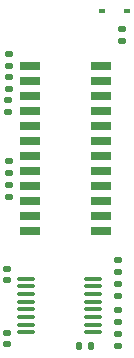
<source format=gbr>
%TF.GenerationSoftware,KiCad,Pcbnew,7.0.8-7.0.8~ubuntu23.04.1*%
%TF.CreationDate,2023-10-18T20:22:37+02:00*%
%TF.ProjectId,eprom_replacer2,6570726f-6d5f-4726-9570-6c6163657232,1.01*%
%TF.SameCoordinates,Original*%
%TF.FileFunction,Paste,Top*%
%TF.FilePolarity,Positive*%
%FSLAX46Y46*%
G04 Gerber Fmt 4.6, Leading zero omitted, Abs format (unit mm)*
G04 Created by KiCad (PCBNEW 7.0.8-7.0.8~ubuntu23.04.1) date 2023-10-18 20:22:37*
%MOMM*%
%LPD*%
G01*
G04 APERTURE LIST*
G04 Aperture macros list*
%AMRoundRect*
0 Rectangle with rounded corners*
0 $1 Rounding radius*
0 $2 $3 $4 $5 $6 $7 $8 $9 X,Y pos of 4 corners*
0 Add a 4 corners polygon primitive as box body*
4,1,4,$2,$3,$4,$5,$6,$7,$8,$9,$2,$3,0*
0 Add four circle primitives for the rounded corners*
1,1,$1+$1,$2,$3*
1,1,$1+$1,$4,$5*
1,1,$1+$1,$6,$7*
1,1,$1+$1,$8,$9*
0 Add four rect primitives between the rounded corners*
20,1,$1+$1,$2,$3,$4,$5,0*
20,1,$1+$1,$4,$5,$6,$7,0*
20,1,$1+$1,$6,$7,$8,$9,0*
20,1,$1+$1,$8,$9,$2,$3,0*%
G04 Aperture macros list end*
%ADD10RoundRect,0.135000X-0.185000X0.135000X-0.185000X-0.135000X0.185000X-0.135000X0.185000X0.135000X0*%
%ADD11RoundRect,0.100000X0.637500X0.100000X-0.637500X0.100000X-0.637500X-0.100000X0.637500X-0.100000X0*%
%ADD12RoundRect,0.140000X0.170000X-0.140000X0.170000X0.140000X-0.170000X0.140000X-0.170000X-0.140000X0*%
%ADD13RoundRect,0.135000X0.185000X-0.135000X0.185000X0.135000X-0.185000X0.135000X-0.185000X-0.135000X0*%
%ADD14R,0.600000X0.450000*%
%ADD15RoundRect,0.135000X0.135000X0.185000X-0.135000X0.185000X-0.135000X-0.185000X0.135000X-0.185000X0*%
%ADD16RoundRect,0.140000X-0.170000X0.140000X-0.170000X-0.140000X0.170000X-0.140000X0.170000X0.140000X0*%
%ADD17R,1.800000X0.760000*%
G04 APERTURE END LIST*
D10*
%TO.C,R8*%
X103860600Y-87399400D03*
X103860600Y-88419400D03*
%TD*%
D11*
%TO.C,U1*%
X111066500Y-107100800D03*
X111066500Y-106450800D03*
X111066500Y-105800800D03*
X111066500Y-105150800D03*
X111066500Y-104500800D03*
X111066500Y-103850800D03*
X111066500Y-103200800D03*
X111066500Y-102550800D03*
X105341500Y-102550800D03*
X105341500Y-103200800D03*
X105341500Y-103850800D03*
X105341500Y-104500800D03*
X105341500Y-105150800D03*
X105341500Y-105800800D03*
X105341500Y-106450800D03*
X105341500Y-107100800D03*
%TD*%
D10*
%TO.C,R4*%
X103886000Y-85443600D03*
X103886000Y-86463600D03*
%TD*%
D12*
%TO.C,C2*%
X103784400Y-102689600D03*
X103784400Y-101729600D03*
%TD*%
D10*
%TO.C,R2*%
X113131600Y-105179400D03*
X113131600Y-106199400D03*
%TD*%
%TO.C,R9*%
X113512600Y-81428400D03*
X113512600Y-82448400D03*
%TD*%
D13*
%TO.C,R12*%
X103886000Y-84533200D03*
X103886000Y-83513200D03*
%TD*%
D10*
%TO.C,R3*%
X113131600Y-103020400D03*
X113131600Y-104040400D03*
%TD*%
D14*
%TO.C,D1*%
X111827600Y-79908400D03*
X113927600Y-79908400D03*
%TD*%
D15*
%TO.C,R11*%
X110847600Y-108229400D03*
X109827600Y-108229400D03*
%TD*%
D13*
%TO.C,R1*%
X103886000Y-95658400D03*
X103886000Y-94638400D03*
%TD*%
D16*
%TO.C,C1*%
X103733600Y-107114400D03*
X103733600Y-108074400D03*
%TD*%
D17*
%TO.C,SW1*%
X111712000Y-98556600D03*
X111712000Y-97286600D03*
X111712000Y-96016600D03*
X111712000Y-94746600D03*
X111712000Y-93476600D03*
X111712000Y-92206600D03*
X111712000Y-90936600D03*
X111712000Y-89666600D03*
X111712000Y-88396600D03*
X111712000Y-87126600D03*
X111712000Y-85856600D03*
X111712000Y-84586600D03*
X105662000Y-84586600D03*
X105662000Y-85856600D03*
X105662000Y-87126600D03*
X105662000Y-88396600D03*
X105662000Y-89666600D03*
X105662000Y-90936600D03*
X105662000Y-92206600D03*
X105662000Y-93476600D03*
X105662000Y-94746600D03*
X105662000Y-96016600D03*
X105662000Y-97286600D03*
X105662000Y-98556600D03*
%TD*%
D10*
%TO.C,R5*%
X113131600Y-107211400D03*
X113131600Y-108231400D03*
%TD*%
%TO.C,R6*%
X103886000Y-92581000D03*
X103886000Y-93601000D03*
%TD*%
%TO.C,R7*%
X113131600Y-100988400D03*
X113131600Y-102008400D03*
%TD*%
M02*

</source>
